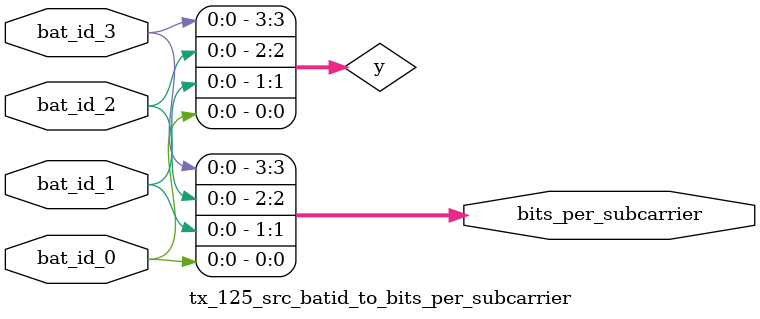
<source format=v>



`timescale 1 ns / 1 ns

module tx_125_src_batid_to_bits_per_subcarrier
          (bat_id_0,
           bat_id_1,
           bat_id_2,
           bat_id_3,
           bits_per_subcarrier);


  input   bat_id_0;  // boolean
  input   bat_id_1;  // boolean
  input   bat_id_2;  // boolean
  input   bat_id_3;  // boolean
  output  [3:0] bits_per_subcarrier;  // ufix4


  wire [3:0] y;  // ufix4

  // Remember that "bat_id" is LSB first.
  // De momento, el valor de BATID va a coincidir con el valor de la cantidad de bits por subcarrier.


  assign y = {bat_id_3, bat_id_2, bat_id_1, bat_id_0};



  assign bits_per_subcarrier = y;

endmodule  // tx_125_src_batid_to_bits_per_subcarrier


</source>
